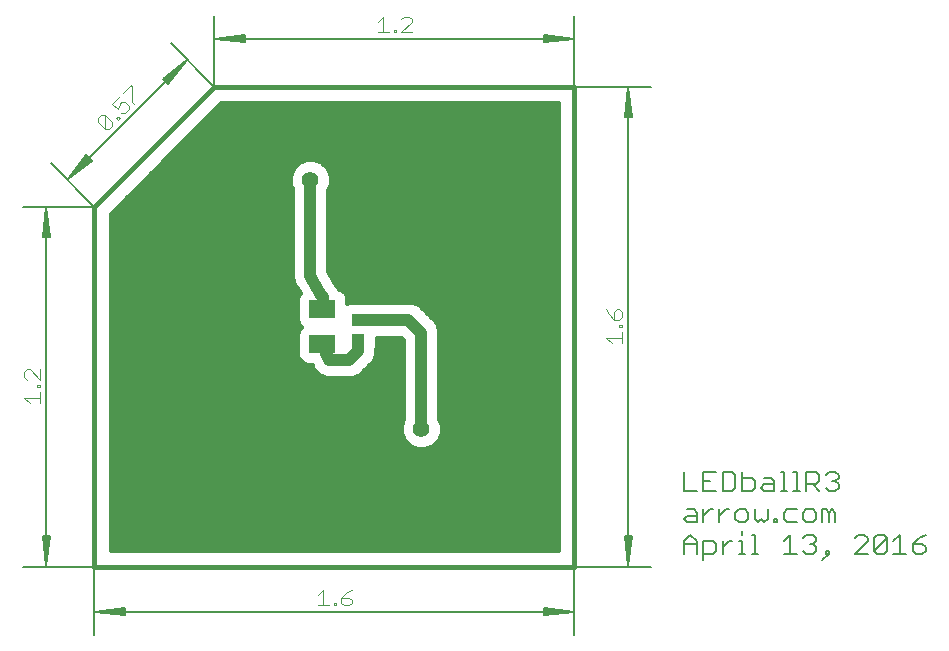
<source format=gtl>
G75*
%MOIN*%
%OFA0B0*%
%FSLAX25Y25*%
%IPPOS*%
%LPD*%
%AMOC8*
5,1,8,0,0,1.08239X$1,22.5*
%
%ADD10C,0.01600*%
%ADD11C,0.00512*%
%ADD12C,0.00400*%
%ADD13C,0.00600*%
%ADD14R,0.08661X0.05906*%
%ADD15R,0.04331X0.03937*%
%ADD16C,0.04000*%
%ADD17C,0.05600*%
D10*
X0026378Y0023933D02*
X0186378Y0023933D01*
X0186378Y0183933D01*
X0066378Y0183933D01*
X0026378Y0143933D01*
X0026378Y0023933D01*
X0031978Y0029533D02*
X0031978Y0141613D01*
X0068698Y0178333D01*
X0180778Y0178333D01*
X0180778Y0029533D01*
X0031978Y0029533D01*
X0031978Y0030327D02*
X0180778Y0030327D01*
X0180778Y0031926D02*
X0031978Y0031926D01*
X0031978Y0033524D02*
X0180778Y0033524D01*
X0180778Y0035123D02*
X0031978Y0035123D01*
X0031978Y0036721D02*
X0180778Y0036721D01*
X0180778Y0038320D02*
X0031978Y0038320D01*
X0031978Y0039918D02*
X0180778Y0039918D01*
X0180778Y0041517D02*
X0031978Y0041517D01*
X0031978Y0043115D02*
X0180778Y0043115D01*
X0180778Y0044714D02*
X0031978Y0044714D01*
X0031978Y0046312D02*
X0180778Y0046312D01*
X0180778Y0047911D02*
X0031978Y0047911D01*
X0031978Y0049509D02*
X0180778Y0049509D01*
X0180778Y0051108D02*
X0031978Y0051108D01*
X0031978Y0052706D02*
X0180778Y0052706D01*
X0180778Y0054305D02*
X0031978Y0054305D01*
X0031978Y0055903D02*
X0180778Y0055903D01*
X0180778Y0057502D02*
X0031978Y0057502D01*
X0031978Y0059100D02*
X0180778Y0059100D01*
X0180778Y0060699D02*
X0031978Y0060699D01*
X0031978Y0062297D02*
X0180778Y0062297D01*
X0180778Y0063896D02*
X0138573Y0063896D01*
X0139230Y0064168D02*
X0136731Y0063133D01*
X0134026Y0063133D01*
X0131527Y0064168D01*
X0129614Y0066081D01*
X0128578Y0068580D01*
X0128578Y0071286D01*
X0129378Y0073217D01*
X0129378Y0099448D01*
X0128547Y0100280D01*
X0120544Y0100280D01*
X0120544Y0096822D01*
X0120378Y0096423D01*
X0120378Y0094740D01*
X0119465Y0092534D01*
X0116465Y0089534D01*
X0114777Y0087847D01*
X0112572Y0086933D01*
X0105658Y0086933D01*
X0105651Y0086930D01*
X0104464Y0086933D01*
X0103279Y0086933D01*
X0103272Y0086936D01*
X0103264Y0086936D01*
X0102167Y0087394D01*
X0101074Y0087847D01*
X0101068Y0087852D01*
X0101061Y0087855D01*
X0100224Y0088697D01*
X0099386Y0089534D01*
X0099383Y0089542D01*
X0099377Y0089548D01*
X0098927Y0090645D01*
X0098748Y0091075D01*
X0097252Y0091075D01*
X0095782Y0091684D01*
X0094657Y0092809D01*
X0094048Y0094279D01*
X0094048Y0101776D01*
X0094657Y0103246D01*
X0095344Y0103933D01*
X0094657Y0104620D01*
X0094048Y0106090D01*
X0094048Y0113587D01*
X0094657Y0115057D01*
X0094764Y0115165D01*
X0093568Y0117259D01*
X0093292Y0117534D01*
X0092981Y0118286D01*
X0092577Y0118992D01*
X0092528Y0119379D01*
X0092378Y0119740D01*
X0092378Y0120553D01*
X0092276Y0121360D01*
X0092378Y0121737D01*
X0092378Y0149649D01*
X0091578Y0151580D01*
X0091578Y0154286D01*
X0092614Y0156785D01*
X0094527Y0158698D01*
X0097026Y0159733D01*
X0099731Y0159733D01*
X0102230Y0158698D01*
X0104143Y0156785D01*
X0105178Y0154286D01*
X0105178Y0151580D01*
X0104378Y0149649D01*
X0104378Y0122526D01*
X0107063Y0117828D01*
X0107559Y0117332D01*
X0107587Y0117265D01*
X0107637Y0117214D01*
X0107857Y0116646D01*
X0108975Y0116182D01*
X0110100Y0115057D01*
X0110709Y0113587D01*
X0110709Y0111955D01*
X0111417Y0112248D01*
X0113109Y0112248D01*
X0113185Y0112280D01*
X0132225Y0112280D01*
X0134431Y0111366D01*
X0136119Y0109678D01*
X0138777Y0107020D01*
X0140465Y0105332D01*
X0141378Y0103127D01*
X0141378Y0073217D01*
X0142178Y0071286D01*
X0142178Y0068580D01*
X0141143Y0066081D01*
X0139230Y0064168D01*
X0140556Y0065494D02*
X0180778Y0065494D01*
X0180778Y0067093D02*
X0141562Y0067093D01*
X0142178Y0068691D02*
X0180778Y0068691D01*
X0180778Y0070290D02*
X0142178Y0070290D01*
X0141929Y0071888D02*
X0180778Y0071888D01*
X0180778Y0073487D02*
X0141378Y0073487D01*
X0141378Y0075085D02*
X0180778Y0075085D01*
X0180778Y0076684D02*
X0141378Y0076684D01*
X0141378Y0078282D02*
X0180778Y0078282D01*
X0180778Y0079881D02*
X0141378Y0079881D01*
X0141378Y0081479D02*
X0180778Y0081479D01*
X0180778Y0083078D02*
X0141378Y0083078D01*
X0141378Y0084677D02*
X0180778Y0084677D01*
X0180778Y0086275D02*
X0141378Y0086275D01*
X0141378Y0087874D02*
X0180778Y0087874D01*
X0180778Y0089472D02*
X0141378Y0089472D01*
X0141378Y0091071D02*
X0180778Y0091071D01*
X0180778Y0092669D02*
X0141378Y0092669D01*
X0141378Y0094268D02*
X0180778Y0094268D01*
X0180778Y0095866D02*
X0141378Y0095866D01*
X0141378Y0097465D02*
X0180778Y0097465D01*
X0180778Y0099063D02*
X0141378Y0099063D01*
X0141378Y0100662D02*
X0180778Y0100662D01*
X0180778Y0102260D02*
X0141378Y0102260D01*
X0141075Y0103859D02*
X0180778Y0103859D01*
X0180778Y0105457D02*
X0140340Y0105457D01*
X0138741Y0107056D02*
X0180778Y0107056D01*
X0180778Y0108654D02*
X0137143Y0108654D01*
X0135544Y0110253D02*
X0180778Y0110253D01*
X0180778Y0111851D02*
X0133260Y0111851D01*
X0129378Y0099063D02*
X0120544Y0099063D01*
X0120544Y0097465D02*
X0129378Y0097465D01*
X0129378Y0095866D02*
X0120378Y0095866D01*
X0120183Y0094268D02*
X0129378Y0094268D01*
X0129378Y0092669D02*
X0119521Y0092669D01*
X0118001Y0091071D02*
X0129378Y0091071D01*
X0129378Y0089472D02*
X0116403Y0089472D01*
X0114804Y0087874D02*
X0129378Y0087874D01*
X0129378Y0086275D02*
X0031978Y0086275D01*
X0031978Y0084677D02*
X0129378Y0084677D01*
X0129378Y0083078D02*
X0031978Y0083078D01*
X0031978Y0081479D02*
X0129378Y0081479D01*
X0129378Y0079881D02*
X0031978Y0079881D01*
X0031978Y0078282D02*
X0129378Y0078282D01*
X0129378Y0076684D02*
X0031978Y0076684D01*
X0031978Y0075085D02*
X0129378Y0075085D01*
X0129378Y0073487D02*
X0031978Y0073487D01*
X0031978Y0071888D02*
X0128828Y0071888D01*
X0128578Y0070290D02*
X0031978Y0070290D01*
X0031978Y0068691D02*
X0128578Y0068691D01*
X0129195Y0067093D02*
X0031978Y0067093D01*
X0031978Y0065494D02*
X0130201Y0065494D01*
X0132184Y0063896D02*
X0031978Y0063896D01*
X0031978Y0087874D02*
X0101043Y0087874D01*
X0099449Y0089472D02*
X0031978Y0089472D01*
X0031978Y0091071D02*
X0098750Y0091071D01*
X0094797Y0092669D02*
X0031978Y0092669D01*
X0031978Y0094268D02*
X0094053Y0094268D01*
X0094048Y0095866D02*
X0031978Y0095866D01*
X0031978Y0097465D02*
X0094048Y0097465D01*
X0094048Y0099063D02*
X0031978Y0099063D01*
X0031978Y0100662D02*
X0094048Y0100662D01*
X0094248Y0102260D02*
X0031978Y0102260D01*
X0031978Y0103859D02*
X0095269Y0103859D01*
X0094310Y0105457D02*
X0031978Y0105457D01*
X0031978Y0107056D02*
X0094048Y0107056D01*
X0094048Y0108654D02*
X0031978Y0108654D01*
X0031978Y0110253D02*
X0094048Y0110253D01*
X0094048Y0111851D02*
X0031978Y0111851D01*
X0031978Y0113450D02*
X0094048Y0113450D01*
X0094653Y0115048D02*
X0031978Y0115048D01*
X0031978Y0116647D02*
X0093917Y0116647D01*
X0092997Y0118245D02*
X0031978Y0118245D01*
X0031978Y0119844D02*
X0092378Y0119844D01*
X0092298Y0121442D02*
X0031978Y0121442D01*
X0031978Y0123041D02*
X0092378Y0123041D01*
X0092378Y0124639D02*
X0031978Y0124639D01*
X0031978Y0126238D02*
X0092378Y0126238D01*
X0092378Y0127836D02*
X0031978Y0127836D01*
X0031978Y0129435D02*
X0092378Y0129435D01*
X0092378Y0131033D02*
X0031978Y0131033D01*
X0031978Y0132632D02*
X0092378Y0132632D01*
X0092378Y0134230D02*
X0031978Y0134230D01*
X0031978Y0135829D02*
X0092378Y0135829D01*
X0092378Y0137427D02*
X0031978Y0137427D01*
X0031978Y0139026D02*
X0092378Y0139026D01*
X0092378Y0140624D02*
X0031978Y0140624D01*
X0032588Y0142223D02*
X0092378Y0142223D01*
X0092378Y0143821D02*
X0034186Y0143821D01*
X0035785Y0145420D02*
X0092378Y0145420D01*
X0092378Y0147018D02*
X0037383Y0147018D01*
X0038982Y0148617D02*
X0092378Y0148617D01*
X0092144Y0150215D02*
X0040580Y0150215D01*
X0042179Y0151814D02*
X0091578Y0151814D01*
X0091578Y0153412D02*
X0043777Y0153412D01*
X0045376Y0155011D02*
X0091879Y0155011D01*
X0092541Y0156610D02*
X0046974Y0156610D01*
X0048573Y0158208D02*
X0094037Y0158208D01*
X0102720Y0158208D02*
X0180778Y0158208D01*
X0180778Y0156610D02*
X0104216Y0156610D01*
X0104878Y0155011D02*
X0180778Y0155011D01*
X0180778Y0153412D02*
X0105178Y0153412D01*
X0105178Y0151814D02*
X0180778Y0151814D01*
X0180778Y0150215D02*
X0104613Y0150215D01*
X0104378Y0148617D02*
X0180778Y0148617D01*
X0180778Y0147018D02*
X0104378Y0147018D01*
X0104378Y0145420D02*
X0180778Y0145420D01*
X0180778Y0143821D02*
X0104378Y0143821D01*
X0104378Y0142223D02*
X0180778Y0142223D01*
X0180778Y0140624D02*
X0104378Y0140624D01*
X0104378Y0139026D02*
X0180778Y0139026D01*
X0180778Y0137427D02*
X0104378Y0137427D01*
X0104378Y0135829D02*
X0180778Y0135829D01*
X0180778Y0134230D02*
X0104378Y0134230D01*
X0104378Y0132632D02*
X0180778Y0132632D01*
X0180778Y0131033D02*
X0104378Y0131033D01*
X0104378Y0129435D02*
X0180778Y0129435D01*
X0180778Y0127836D02*
X0104378Y0127836D01*
X0104378Y0126238D02*
X0180778Y0126238D01*
X0180778Y0124639D02*
X0104378Y0124639D01*
X0104378Y0123041D02*
X0180778Y0123041D01*
X0180778Y0121442D02*
X0104998Y0121442D01*
X0105911Y0119844D02*
X0180778Y0119844D01*
X0180778Y0118245D02*
X0106825Y0118245D01*
X0107856Y0116647D02*
X0180778Y0116647D01*
X0180778Y0115048D02*
X0110104Y0115048D01*
X0110709Y0113450D02*
X0180778Y0113450D01*
X0180778Y0159807D02*
X0050172Y0159807D01*
X0051770Y0161405D02*
X0180778Y0161405D01*
X0180778Y0163004D02*
X0053369Y0163004D01*
X0054967Y0164602D02*
X0180778Y0164602D01*
X0180778Y0166201D02*
X0056566Y0166201D01*
X0058164Y0167799D02*
X0180778Y0167799D01*
X0180778Y0169398D02*
X0059763Y0169398D01*
X0061361Y0170996D02*
X0180778Y0170996D01*
X0180778Y0172595D02*
X0062960Y0172595D01*
X0064558Y0174193D02*
X0180778Y0174193D01*
X0180778Y0175792D02*
X0066157Y0175792D01*
X0067755Y0177390D02*
X0180778Y0177390D01*
D11*
X0026378Y0023933D02*
X0026378Y0001256D01*
X0026634Y0008933D02*
X0036615Y0007909D01*
X0036615Y0007676D02*
X0026634Y0008933D01*
X0036615Y0009957D01*
X0036615Y0010190D02*
X0036615Y0007676D01*
X0036615Y0008421D02*
X0026634Y0008933D01*
X0036615Y0009445D01*
X0036615Y0010190D02*
X0026634Y0008933D01*
X0186123Y0008933D01*
X0176142Y0007909D01*
X0176142Y0007676D02*
X0186123Y0008933D01*
X0176142Y0009957D01*
X0176142Y0010190D02*
X0176142Y0007676D01*
X0176142Y0008421D02*
X0186123Y0008933D01*
X0176142Y0009445D01*
X0176142Y0010190D02*
X0186123Y0008933D01*
X0186378Y0001256D02*
X0186378Y0023933D01*
X0212056Y0023933D01*
X0204378Y0024189D02*
X0205402Y0034169D01*
X0205635Y0034169D02*
X0204378Y0024189D01*
X0203355Y0034169D01*
X0203122Y0034169D02*
X0205635Y0034169D01*
X0204890Y0034169D02*
X0204378Y0024189D01*
X0203867Y0034169D01*
X0203122Y0034169D02*
X0204378Y0024189D01*
X0204378Y0183677D01*
X0205402Y0173697D01*
X0205635Y0173697D02*
X0204378Y0183677D01*
X0203355Y0173697D01*
X0203122Y0173697D02*
X0205635Y0173697D01*
X0204890Y0173697D02*
X0204378Y0183677D01*
X0203867Y0173697D01*
X0203122Y0173697D02*
X0204378Y0183677D01*
X0212056Y0183933D02*
X0186378Y0183933D01*
X0186378Y0207610D01*
X0186123Y0199933D02*
X0176142Y0200957D01*
X0176142Y0201190D02*
X0176142Y0198676D01*
X0186123Y0199933D01*
X0176142Y0198909D01*
X0176142Y0199421D02*
X0186123Y0199933D01*
X0176142Y0200445D01*
X0176142Y0201190D02*
X0186123Y0199933D01*
X0066634Y0199933D01*
X0076615Y0198909D01*
X0076615Y0198676D02*
X0066634Y0199933D01*
X0076615Y0200957D01*
X0076615Y0201190D02*
X0076615Y0198676D01*
X0076615Y0199421D02*
X0066634Y0199933D01*
X0076615Y0200445D01*
X0076615Y0201190D02*
X0066634Y0199933D01*
X0066378Y0207610D02*
X0066378Y0183933D01*
X0051950Y0198362D01*
X0057198Y0192752D02*
X0050864Y0184971D01*
X0051029Y0184806D02*
X0057198Y0192752D01*
X0049417Y0186419D01*
X0049252Y0186584D02*
X0051029Y0184806D01*
X0050502Y0185333D02*
X0057198Y0192752D01*
X0049778Y0186057D01*
X0049252Y0186584D02*
X0057198Y0192752D01*
X0017559Y0153114D01*
X0025340Y0159447D01*
X0025505Y0159282D02*
X0017559Y0153114D01*
X0023893Y0160895D01*
X0023728Y0161060D02*
X0025505Y0159282D01*
X0024978Y0159809D02*
X0017559Y0153114D01*
X0024255Y0160533D01*
X0023728Y0161060D02*
X0017559Y0153114D01*
X0011950Y0158362D02*
X0026378Y0143933D01*
X0002701Y0143933D01*
X0010378Y0143677D02*
X0011402Y0133697D01*
X0011635Y0133697D02*
X0010378Y0143677D01*
X0009355Y0133697D01*
X0009122Y0133697D02*
X0011635Y0133697D01*
X0010890Y0133697D02*
X0010378Y0143677D01*
X0009867Y0133697D01*
X0009122Y0133697D02*
X0010378Y0143677D01*
X0010378Y0024189D01*
X0011402Y0034169D01*
X0011635Y0034169D02*
X0010378Y0024189D01*
X0009355Y0034169D01*
X0009122Y0034169D02*
X0011635Y0034169D01*
X0010890Y0034169D02*
X0010378Y0024189D01*
X0009867Y0034169D01*
X0009122Y0034169D02*
X0010378Y0024189D01*
X0002701Y0023933D02*
X0026378Y0023933D01*
D12*
X0101009Y0014515D02*
X0102743Y0016249D01*
X0102743Y0011045D01*
X0101009Y0011045D02*
X0104478Y0011045D01*
X0106165Y0011045D02*
X0107032Y0011045D01*
X0107032Y0011912D01*
X0106165Y0011912D01*
X0106165Y0011045D01*
X0108743Y0011912D02*
X0108743Y0013647D01*
X0111345Y0013647D01*
X0112213Y0012780D01*
X0112213Y0011912D01*
X0111345Y0011045D01*
X0109611Y0011045D01*
X0108743Y0011912D01*
X0108743Y0013647D02*
X0110478Y0015382D01*
X0112213Y0016249D01*
X0008267Y0078563D02*
X0008267Y0082033D01*
X0008267Y0083720D02*
X0008267Y0084587D01*
X0007399Y0084587D01*
X0007399Y0083720D01*
X0008267Y0083720D01*
X0008267Y0080298D02*
X0003062Y0080298D01*
X0004797Y0078563D01*
X0003930Y0086298D02*
X0003062Y0087165D01*
X0003062Y0088900D01*
X0003930Y0089767D01*
X0004797Y0089767D01*
X0008267Y0086298D01*
X0008267Y0089767D01*
X0029934Y0169702D02*
X0029934Y0174609D01*
X0032388Y0172155D01*
X0032388Y0170929D01*
X0031161Y0169702D01*
X0029934Y0169702D01*
X0027481Y0172155D01*
X0027481Y0173382D01*
X0028707Y0174609D01*
X0029934Y0174609D01*
X0033580Y0173348D02*
X0034194Y0173961D01*
X0034807Y0173348D01*
X0034194Y0172735D01*
X0033580Y0173348D01*
X0035403Y0175171D02*
X0036630Y0175171D01*
X0037857Y0176398D01*
X0037857Y0177625D01*
X0036630Y0178851D01*
X0035403Y0178851D01*
X0034790Y0178238D01*
X0034177Y0176398D01*
X0032337Y0178238D01*
X0034790Y0180691D01*
X0035983Y0181884D02*
X0038436Y0184337D01*
X0039049Y0183724D01*
X0039049Y0178817D01*
X0039663Y0178204D01*
X0121009Y0202045D02*
X0124478Y0202045D01*
X0126165Y0202045D02*
X0127032Y0202045D01*
X0127032Y0202912D01*
X0126165Y0202912D01*
X0126165Y0202045D01*
X0128743Y0202045D02*
X0132213Y0205515D01*
X0132213Y0206382D01*
X0131345Y0207249D01*
X0129611Y0207249D01*
X0128743Y0206382D01*
X0128743Y0202045D02*
X0132213Y0202045D01*
X0122743Y0202045D02*
X0122743Y0207249D01*
X0121009Y0205515D01*
X0197062Y0109767D02*
X0197930Y0108033D01*
X0199664Y0106298D01*
X0199664Y0108900D01*
X0200532Y0109767D01*
X0201399Y0109767D01*
X0202267Y0108900D01*
X0202267Y0107165D01*
X0201399Y0106298D01*
X0199664Y0106298D01*
X0201399Y0104587D02*
X0202267Y0104587D01*
X0202267Y0103720D01*
X0201399Y0103720D01*
X0201399Y0104587D01*
X0202267Y0102033D02*
X0202267Y0098563D01*
X0202267Y0100298D02*
X0197062Y0100298D01*
X0198797Y0098563D01*
D13*
X0222878Y0055639D02*
X0222878Y0049233D01*
X0227149Y0049233D01*
X0229324Y0049233D02*
X0233594Y0049233D01*
X0235769Y0049233D02*
X0238972Y0049233D01*
X0240040Y0050301D01*
X0240040Y0054571D01*
X0238972Y0055639D01*
X0235769Y0055639D01*
X0235769Y0049233D01*
X0231459Y0052436D02*
X0229324Y0052436D01*
X0229324Y0055639D02*
X0229324Y0049233D01*
X0229324Y0043003D02*
X0229324Y0038733D01*
X0229324Y0040868D02*
X0231459Y0043003D01*
X0232527Y0043003D01*
X0234695Y0043003D02*
X0234695Y0038733D01*
X0234695Y0040868D02*
X0236830Y0043003D01*
X0237898Y0043003D01*
X0240066Y0041936D02*
X0240066Y0039801D01*
X0241134Y0038733D01*
X0243269Y0038733D01*
X0244337Y0039801D01*
X0244337Y0041936D01*
X0243269Y0043003D01*
X0241134Y0043003D01*
X0240066Y0041936D01*
X0246512Y0043003D02*
X0246512Y0039801D01*
X0247580Y0038733D01*
X0248647Y0039801D01*
X0249715Y0038733D01*
X0250782Y0039801D01*
X0250782Y0043003D01*
X0252957Y0039801D02*
X0254025Y0039801D01*
X0254025Y0038733D01*
X0252957Y0038733D01*
X0252957Y0039801D01*
X0256180Y0039801D02*
X0257248Y0038733D01*
X0260451Y0038733D01*
X0262626Y0039801D02*
X0262626Y0041936D01*
X0263693Y0043003D01*
X0265828Y0043003D01*
X0266896Y0041936D01*
X0266896Y0039801D01*
X0265828Y0038733D01*
X0263693Y0038733D01*
X0262626Y0039801D01*
X0260451Y0043003D02*
X0257248Y0043003D01*
X0256180Y0041936D01*
X0256180Y0039801D01*
X0258315Y0034639D02*
X0258315Y0028233D01*
X0256180Y0028233D02*
X0260451Y0028233D01*
X0262626Y0029301D02*
X0263693Y0028233D01*
X0265828Y0028233D01*
X0266896Y0029301D01*
X0266896Y0030368D01*
X0265828Y0031436D01*
X0264761Y0031436D01*
X0265828Y0031436D02*
X0266896Y0032503D01*
X0266896Y0033571D01*
X0265828Y0034639D01*
X0263693Y0034639D01*
X0262626Y0033571D01*
X0258315Y0034639D02*
X0256180Y0032503D01*
X0247573Y0028233D02*
X0245438Y0028233D01*
X0246505Y0028233D02*
X0246505Y0034639D01*
X0245438Y0034639D01*
X0242208Y0034639D02*
X0242208Y0035706D01*
X0242208Y0032503D02*
X0242208Y0028233D01*
X0241141Y0028233D02*
X0243276Y0028233D01*
X0242208Y0032503D02*
X0241141Y0032503D01*
X0238972Y0032503D02*
X0237905Y0032503D01*
X0235769Y0030368D01*
X0235769Y0028233D02*
X0235769Y0032503D01*
X0233594Y0031436D02*
X0233594Y0029301D01*
X0232527Y0028233D01*
X0229324Y0028233D01*
X0229324Y0026098D02*
X0229324Y0032503D01*
X0232527Y0032503D01*
X0233594Y0031436D01*
X0227149Y0031436D02*
X0222878Y0031436D01*
X0222878Y0032503D02*
X0222878Y0028233D01*
X0227149Y0028233D02*
X0227149Y0032503D01*
X0225014Y0034639D01*
X0222878Y0032503D01*
X0223946Y0038733D02*
X0222878Y0039801D01*
X0223946Y0040868D01*
X0227149Y0040868D01*
X0227149Y0041936D02*
X0227149Y0038733D01*
X0223946Y0038733D01*
X0227149Y0041936D02*
X0226081Y0043003D01*
X0223946Y0043003D01*
X0229324Y0055639D02*
X0233594Y0055639D01*
X0242215Y0055639D02*
X0242215Y0049233D01*
X0245418Y0049233D01*
X0246485Y0050301D01*
X0246485Y0052436D01*
X0245418Y0053503D01*
X0242215Y0053503D01*
X0248660Y0050301D02*
X0249728Y0051368D01*
X0252931Y0051368D01*
X0252931Y0052436D02*
X0252931Y0049233D01*
X0249728Y0049233D01*
X0248660Y0050301D01*
X0251863Y0053503D02*
X0252931Y0052436D01*
X0251863Y0053503D02*
X0249728Y0053503D01*
X0255106Y0055639D02*
X0256174Y0055639D01*
X0256174Y0049233D01*
X0257241Y0049233D02*
X0255106Y0049233D01*
X0259403Y0049233D02*
X0261538Y0049233D01*
X0260471Y0049233D02*
X0260471Y0055639D01*
X0259403Y0055639D01*
X0263700Y0055639D02*
X0266903Y0055639D01*
X0267970Y0054571D01*
X0267970Y0052436D01*
X0266903Y0051368D01*
X0263700Y0051368D01*
X0263700Y0049233D02*
X0263700Y0055639D01*
X0265835Y0051368D02*
X0267970Y0049233D01*
X0270145Y0050301D02*
X0271213Y0049233D01*
X0273348Y0049233D01*
X0274416Y0050301D01*
X0274416Y0051368D01*
X0273348Y0052436D01*
X0272281Y0052436D01*
X0273348Y0052436D02*
X0274416Y0053503D01*
X0274416Y0054571D01*
X0273348Y0055639D01*
X0271213Y0055639D01*
X0270145Y0054571D01*
X0270139Y0043003D02*
X0271206Y0041936D01*
X0272274Y0043003D01*
X0273342Y0041936D01*
X0273342Y0038733D01*
X0271206Y0038733D02*
X0271206Y0041936D01*
X0270139Y0043003D02*
X0269071Y0043003D01*
X0269071Y0038733D01*
X0279814Y0033571D02*
X0280881Y0034639D01*
X0283016Y0034639D01*
X0284084Y0033571D01*
X0284084Y0032503D01*
X0279814Y0028233D01*
X0284084Y0028233D01*
X0286259Y0029301D02*
X0290530Y0033571D01*
X0290530Y0029301D01*
X0289462Y0028233D01*
X0287327Y0028233D01*
X0286259Y0029301D01*
X0286259Y0033571D01*
X0287327Y0034639D01*
X0289462Y0034639D01*
X0290530Y0033571D01*
X0292705Y0032503D02*
X0294840Y0034639D01*
X0294840Y0028233D01*
X0292705Y0028233D02*
X0296975Y0028233D01*
X0299150Y0029301D02*
X0300218Y0028233D01*
X0302353Y0028233D01*
X0303420Y0029301D01*
X0303420Y0030368D01*
X0302353Y0031436D01*
X0299150Y0031436D01*
X0299150Y0029301D01*
X0299150Y0031436D02*
X0301285Y0033571D01*
X0303420Y0034639D01*
X0271206Y0029301D02*
X0270139Y0029301D01*
X0270139Y0028233D01*
X0271206Y0028233D01*
X0271206Y0029301D01*
X0271206Y0028233D02*
X0269071Y0026098D01*
D14*
X0102378Y0098028D03*
X0102378Y0109839D03*
D15*
X0114378Y0106280D03*
X0114378Y0099587D03*
D16*
X0114378Y0095933D01*
X0111378Y0092933D01*
X0104473Y0092933D01*
X0102378Y0098028D01*
X0114378Y0106280D02*
X0131032Y0106280D01*
X0135378Y0101933D01*
X0135378Y0069933D01*
X0102378Y0109839D02*
X0102473Y0113933D01*
X0102378Y0113933D01*
X0098378Y0120933D01*
X0098378Y0152933D01*
D17*
X0098378Y0152933D03*
X0135378Y0069933D03*
M02*

</source>
